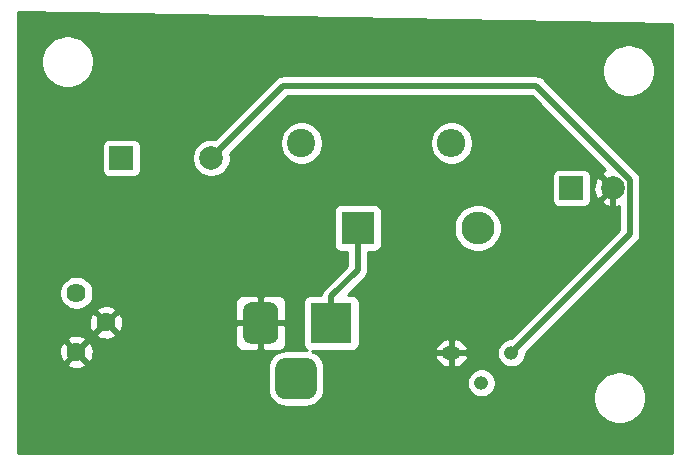
<source format=gbr>
G04 #@! TF.GenerationSoftware,KiCad,Pcbnew,(5.1.5)-3*
G04 #@! TF.CreationDate,2020-02-12T17:51:35+05:30*
G04 #@! TF.ProjectId,copy_UT,636f7079-5f55-4542-9e6b-696361645f70,rev?*
G04 #@! TF.SameCoordinates,Original*
G04 #@! TF.FileFunction,Copper,L1,Top*
G04 #@! TF.FilePolarity,Positive*
%FSLAX46Y46*%
G04 Gerber Fmt 4.6, Leading zero omitted, Abs format (unit mm)*
G04 Created by KiCad (PCBNEW (5.1.5)-3) date 2020-02-12 17:51:35*
%MOMM*%
%LPD*%
G04 APERTURE LIST*
%ADD10R,2.000000X2.000000*%
%ADD11C,2.000000*%
%ADD12R,2.800000X2.800000*%
%ADD13O,2.800000X2.800000*%
%ADD14R,3.500000X3.500000*%
%ADD15C,0.100000*%
%ADD16O,1.200000X1.200000*%
%ADD17O,1.600000X1.200000*%
%ADD18C,2.400000*%
%ADD19O,2.400000X2.400000*%
%ADD20C,1.620000*%
%ADD21C,0.500000*%
%ADD22C,0.254000*%
G04 APERTURE END LIST*
D10*
X92710000Y-76200000D03*
D11*
X100310000Y-76200000D03*
D10*
X130810000Y-78740000D03*
D11*
X134310000Y-78740000D03*
D12*
X112705001Y-82135001D03*
D13*
X122865001Y-82135001D03*
D14*
X110490000Y-90170000D03*
G04 #@! TA.AperFunction,ComponentPad*
D15*
G36*
X105313513Y-88423611D02*
G01*
X105386318Y-88434411D01*
X105457714Y-88452295D01*
X105527013Y-88477090D01*
X105593548Y-88508559D01*
X105656678Y-88546398D01*
X105715795Y-88590242D01*
X105770330Y-88639670D01*
X105819758Y-88694205D01*
X105863602Y-88753322D01*
X105901441Y-88816452D01*
X105932910Y-88882987D01*
X105957705Y-88952286D01*
X105975589Y-89023682D01*
X105986389Y-89096487D01*
X105990000Y-89170000D01*
X105990000Y-91170000D01*
X105986389Y-91243513D01*
X105975589Y-91316318D01*
X105957705Y-91387714D01*
X105932910Y-91457013D01*
X105901441Y-91523548D01*
X105863602Y-91586678D01*
X105819758Y-91645795D01*
X105770330Y-91700330D01*
X105715795Y-91749758D01*
X105656678Y-91793602D01*
X105593548Y-91831441D01*
X105527013Y-91862910D01*
X105457714Y-91887705D01*
X105386318Y-91905589D01*
X105313513Y-91916389D01*
X105240000Y-91920000D01*
X103740000Y-91920000D01*
X103666487Y-91916389D01*
X103593682Y-91905589D01*
X103522286Y-91887705D01*
X103452987Y-91862910D01*
X103386452Y-91831441D01*
X103323322Y-91793602D01*
X103264205Y-91749758D01*
X103209670Y-91700330D01*
X103160242Y-91645795D01*
X103116398Y-91586678D01*
X103078559Y-91523548D01*
X103047090Y-91457013D01*
X103022295Y-91387714D01*
X103004411Y-91316318D01*
X102993611Y-91243513D01*
X102990000Y-91170000D01*
X102990000Y-89170000D01*
X102993611Y-89096487D01*
X103004411Y-89023682D01*
X103022295Y-88952286D01*
X103047090Y-88882987D01*
X103078559Y-88816452D01*
X103116398Y-88753322D01*
X103160242Y-88694205D01*
X103209670Y-88639670D01*
X103264205Y-88590242D01*
X103323322Y-88546398D01*
X103386452Y-88508559D01*
X103452987Y-88477090D01*
X103522286Y-88452295D01*
X103593682Y-88434411D01*
X103666487Y-88423611D01*
X103740000Y-88420000D01*
X105240000Y-88420000D01*
X105313513Y-88423611D01*
G37*
G04 #@! TD.AperFunction*
G04 #@! TA.AperFunction,ComponentPad*
G36*
X108450765Y-93124213D02*
G01*
X108535704Y-93136813D01*
X108618999Y-93157677D01*
X108699848Y-93186605D01*
X108777472Y-93223319D01*
X108851124Y-93267464D01*
X108920094Y-93318616D01*
X108983718Y-93376282D01*
X109041384Y-93439906D01*
X109092536Y-93508876D01*
X109136681Y-93582528D01*
X109173395Y-93660152D01*
X109202323Y-93741001D01*
X109223187Y-93824296D01*
X109235787Y-93909235D01*
X109240000Y-93995000D01*
X109240000Y-95745000D01*
X109235787Y-95830765D01*
X109223187Y-95915704D01*
X109202323Y-95998999D01*
X109173395Y-96079848D01*
X109136681Y-96157472D01*
X109092536Y-96231124D01*
X109041384Y-96300094D01*
X108983718Y-96363718D01*
X108920094Y-96421384D01*
X108851124Y-96472536D01*
X108777472Y-96516681D01*
X108699848Y-96553395D01*
X108618999Y-96582323D01*
X108535704Y-96603187D01*
X108450765Y-96615787D01*
X108365000Y-96620000D01*
X106615000Y-96620000D01*
X106529235Y-96615787D01*
X106444296Y-96603187D01*
X106361001Y-96582323D01*
X106280152Y-96553395D01*
X106202528Y-96516681D01*
X106128876Y-96472536D01*
X106059906Y-96421384D01*
X105996282Y-96363718D01*
X105938616Y-96300094D01*
X105887464Y-96231124D01*
X105843319Y-96157472D01*
X105806605Y-96079848D01*
X105777677Y-95998999D01*
X105756813Y-95915704D01*
X105744213Y-95830765D01*
X105740000Y-95745000D01*
X105740000Y-93995000D01*
X105744213Y-93909235D01*
X105756813Y-93824296D01*
X105777677Y-93741001D01*
X105806605Y-93660152D01*
X105843319Y-93582528D01*
X105887464Y-93508876D01*
X105938616Y-93439906D01*
X105996282Y-93376282D01*
X106059906Y-93318616D01*
X106128876Y-93267464D01*
X106202528Y-93223319D01*
X106280152Y-93186605D01*
X106361001Y-93157677D01*
X106444296Y-93136813D01*
X106529235Y-93124213D01*
X106615000Y-93120000D01*
X108365000Y-93120000D01*
X108450765Y-93124213D01*
G37*
G04 #@! TD.AperFunction*
D16*
X125730000Y-92710000D03*
X123190000Y-95250000D03*
D17*
X120650000Y-92710000D03*
D18*
X107950000Y-74930000D03*
D19*
X120650000Y-74930000D03*
D20*
X88900000Y-92630000D03*
X91400000Y-90130000D03*
X88900000Y-87630000D03*
D21*
X112705001Y-85704999D02*
X112705001Y-82135001D01*
X110490000Y-90170000D02*
X110490000Y-87920000D01*
X110490000Y-87920000D02*
X112705001Y-85704999D01*
X135760001Y-78043999D02*
X127820002Y-70104000D01*
X125730000Y-92710000D02*
X135760001Y-82679999D01*
X135760001Y-82679999D02*
X135760001Y-78043999D01*
X106406000Y-70104000D02*
X100310000Y-76200000D01*
X127820002Y-70104000D02*
X106406000Y-70104000D01*
X134310000Y-80154213D02*
X134310000Y-78740000D01*
X134310000Y-80350000D02*
X134310000Y-80154213D01*
X121950000Y-92710000D02*
X134310000Y-80350000D01*
X120650000Y-92710000D02*
X121950000Y-92710000D01*
D22*
G36*
X139319000Y-64894702D02*
G01*
X139319000Y-101219000D01*
X83947000Y-101219000D01*
X83947000Y-93629843D01*
X88079762Y-93629843D01*
X88152556Y-93874832D01*
X88409773Y-93996733D01*
X88685829Y-94066110D01*
X88970115Y-94080298D01*
X89251706Y-94038752D01*
X89374285Y-93995000D01*
X105101928Y-93995000D01*
X105101928Y-95745000D01*
X105131001Y-96040186D01*
X105217104Y-96324028D01*
X105356927Y-96585618D01*
X105545097Y-96814903D01*
X105774382Y-97003073D01*
X106035972Y-97142896D01*
X106319814Y-97228999D01*
X106615000Y-97258072D01*
X108365000Y-97258072D01*
X108660186Y-97228999D01*
X108944028Y-97142896D01*
X109205618Y-97003073D01*
X109434903Y-96814903D01*
X109623073Y-96585618D01*
X109762896Y-96324028D01*
X109848999Y-96040186D01*
X109878072Y-95745000D01*
X109878072Y-95128363D01*
X121955000Y-95128363D01*
X121955000Y-95371637D01*
X122002460Y-95610236D01*
X122095557Y-95834992D01*
X122230713Y-96037267D01*
X122402733Y-96209287D01*
X122605008Y-96344443D01*
X122829764Y-96437540D01*
X123068363Y-96485000D01*
X123311637Y-96485000D01*
X123550236Y-96437540D01*
X123774992Y-96344443D01*
X123841697Y-96299872D01*
X132639000Y-96299872D01*
X132639000Y-96740128D01*
X132724890Y-97171925D01*
X132893369Y-97578669D01*
X133137962Y-97944729D01*
X133449271Y-98256038D01*
X133815331Y-98500631D01*
X134222075Y-98669110D01*
X134653872Y-98755000D01*
X135094128Y-98755000D01*
X135525925Y-98669110D01*
X135932669Y-98500631D01*
X136298729Y-98256038D01*
X136610038Y-97944729D01*
X136854631Y-97578669D01*
X137023110Y-97171925D01*
X137109000Y-96740128D01*
X137109000Y-96299872D01*
X137023110Y-95868075D01*
X136854631Y-95461331D01*
X136610038Y-95095271D01*
X136298729Y-94783962D01*
X135932669Y-94539369D01*
X135525925Y-94370890D01*
X135094128Y-94285000D01*
X134653872Y-94285000D01*
X134222075Y-94370890D01*
X133815331Y-94539369D01*
X133449271Y-94783962D01*
X133137962Y-95095271D01*
X132893369Y-95461331D01*
X132724890Y-95868075D01*
X132639000Y-96299872D01*
X123841697Y-96299872D01*
X123977267Y-96209287D01*
X124149287Y-96037267D01*
X124284443Y-95834992D01*
X124377540Y-95610236D01*
X124425000Y-95371637D01*
X124425000Y-95128363D01*
X124377540Y-94889764D01*
X124284443Y-94665008D01*
X124149287Y-94462733D01*
X123977267Y-94290713D01*
X123774992Y-94155557D01*
X123550236Y-94062460D01*
X123311637Y-94015000D01*
X123068363Y-94015000D01*
X122829764Y-94062460D01*
X122605008Y-94155557D01*
X122402733Y-94290713D01*
X122230713Y-94462733D01*
X122095557Y-94665008D01*
X122002460Y-94889764D01*
X121955000Y-95128363D01*
X109878072Y-95128363D01*
X109878072Y-93995000D01*
X109848999Y-93699814D01*
X109762896Y-93415972D01*
X109623073Y-93154382D01*
X109519033Y-93027609D01*
X119256538Y-93027609D01*
X119262523Y-93070162D01*
X119355604Y-93294907D01*
X119490742Y-93497174D01*
X119662744Y-93669191D01*
X119865000Y-93804346D01*
X120089737Y-93897446D01*
X120328319Y-93944913D01*
X120523000Y-93789994D01*
X120523000Y-92837000D01*
X120777000Y-92837000D01*
X120777000Y-93789994D01*
X120971681Y-93944913D01*
X121210263Y-93897446D01*
X121435000Y-93804346D01*
X121637256Y-93669191D01*
X121809258Y-93497174D01*
X121944396Y-93294907D01*
X122037477Y-93070162D01*
X122043462Y-93027609D01*
X121918731Y-92837000D01*
X120777000Y-92837000D01*
X120523000Y-92837000D01*
X119381269Y-92837000D01*
X119256538Y-93027609D01*
X109519033Y-93027609D01*
X109434903Y-92925097D01*
X109205618Y-92736927D01*
X108944028Y-92597104D01*
X108815357Y-92558072D01*
X112240000Y-92558072D01*
X112364482Y-92545812D01*
X112484180Y-92509502D01*
X112594494Y-92450537D01*
X112665345Y-92392391D01*
X119256538Y-92392391D01*
X119381269Y-92583000D01*
X120523000Y-92583000D01*
X120523000Y-91630006D01*
X120777000Y-91630006D01*
X120777000Y-92583000D01*
X121918731Y-92583000D01*
X122043462Y-92392391D01*
X122037477Y-92349838D01*
X121944396Y-92125093D01*
X121809258Y-91922826D01*
X121637256Y-91750809D01*
X121435000Y-91615654D01*
X121210263Y-91522554D01*
X120971681Y-91475087D01*
X120777000Y-91630006D01*
X120523000Y-91630006D01*
X120328319Y-91475087D01*
X120089737Y-91522554D01*
X119865000Y-91615654D01*
X119662744Y-91750809D01*
X119490742Y-91922826D01*
X119355604Y-92125093D01*
X119262523Y-92349838D01*
X119256538Y-92392391D01*
X112665345Y-92392391D01*
X112691185Y-92371185D01*
X112770537Y-92274494D01*
X112829502Y-92164180D01*
X112865812Y-92044482D01*
X112878072Y-91920000D01*
X112878072Y-88420000D01*
X112865812Y-88295518D01*
X112829502Y-88175820D01*
X112770537Y-88065506D01*
X112691185Y-87968815D01*
X112594494Y-87889463D01*
X112484180Y-87830498D01*
X112364482Y-87794188D01*
X112240000Y-87781928D01*
X111879650Y-87781928D01*
X113300051Y-86361528D01*
X113333818Y-86333816D01*
X113444412Y-86199058D01*
X113526590Y-86045312D01*
X113577196Y-85878489D01*
X113590001Y-85748476D01*
X113590001Y-85748466D01*
X113594282Y-85705000D01*
X113590001Y-85661534D01*
X113590001Y-84173073D01*
X114105001Y-84173073D01*
X114229483Y-84160813D01*
X114349181Y-84124503D01*
X114459495Y-84065538D01*
X114556186Y-83986186D01*
X114635538Y-83889495D01*
X114694503Y-83779181D01*
X114730813Y-83659483D01*
X114743073Y-83535001D01*
X114743073Y-81934571D01*
X120830001Y-81934571D01*
X120830001Y-82335431D01*
X120908205Y-82728588D01*
X121061608Y-83098935D01*
X121284314Y-83432238D01*
X121567764Y-83715688D01*
X121901067Y-83938394D01*
X122271414Y-84091797D01*
X122664571Y-84170001D01*
X123065431Y-84170001D01*
X123458588Y-84091797D01*
X123828935Y-83938394D01*
X124162238Y-83715688D01*
X124445688Y-83432238D01*
X124668394Y-83098935D01*
X124821797Y-82728588D01*
X124900001Y-82335431D01*
X124900001Y-81934571D01*
X124821797Y-81541414D01*
X124668394Y-81171067D01*
X124445688Y-80837764D01*
X124162238Y-80554314D01*
X123828935Y-80331608D01*
X123458588Y-80178205D01*
X123065431Y-80100001D01*
X122664571Y-80100001D01*
X122271414Y-80178205D01*
X121901067Y-80331608D01*
X121567764Y-80554314D01*
X121284314Y-80837764D01*
X121061608Y-81171067D01*
X120908205Y-81541414D01*
X120830001Y-81934571D01*
X114743073Y-81934571D01*
X114743073Y-80735001D01*
X114730813Y-80610519D01*
X114694503Y-80490821D01*
X114635538Y-80380507D01*
X114556186Y-80283816D01*
X114459495Y-80204464D01*
X114349181Y-80145499D01*
X114229483Y-80109189D01*
X114105001Y-80096929D01*
X111305001Y-80096929D01*
X111180519Y-80109189D01*
X111060821Y-80145499D01*
X110950507Y-80204464D01*
X110853816Y-80283816D01*
X110774464Y-80380507D01*
X110715499Y-80490821D01*
X110679189Y-80610519D01*
X110666929Y-80735001D01*
X110666929Y-83535001D01*
X110679189Y-83659483D01*
X110715499Y-83779181D01*
X110774464Y-83889495D01*
X110853816Y-83986186D01*
X110950507Y-84065538D01*
X111060821Y-84124503D01*
X111180519Y-84160813D01*
X111305001Y-84173073D01*
X111820001Y-84173073D01*
X111820001Y-85338420D01*
X109894951Y-87263471D01*
X109861184Y-87291183D01*
X109833471Y-87324951D01*
X109833468Y-87324954D01*
X109750590Y-87425941D01*
X109668412Y-87579687D01*
X109617805Y-87746510D01*
X109614317Y-87781928D01*
X108740000Y-87781928D01*
X108615518Y-87794188D01*
X108495820Y-87830498D01*
X108385506Y-87889463D01*
X108288815Y-87968815D01*
X108209463Y-88065506D01*
X108150498Y-88175820D01*
X108114188Y-88295518D01*
X108101928Y-88420000D01*
X108101928Y-91920000D01*
X108114188Y-92044482D01*
X108150498Y-92164180D01*
X108209463Y-92274494D01*
X108288815Y-92371185D01*
X108385506Y-92450537D01*
X108462131Y-92491494D01*
X108365000Y-92481928D01*
X106615000Y-92481928D01*
X106319814Y-92511001D01*
X106035972Y-92597104D01*
X105774382Y-92736927D01*
X105545097Y-92925097D01*
X105356927Y-93154382D01*
X105217104Y-93415972D01*
X105131001Y-93699814D01*
X105101928Y-93995000D01*
X89374285Y-93995000D01*
X89519783Y-93943068D01*
X89647444Y-93874832D01*
X89720238Y-93629843D01*
X88900000Y-92809605D01*
X88079762Y-93629843D01*
X83947000Y-93629843D01*
X83947000Y-92700115D01*
X87449702Y-92700115D01*
X87491248Y-92981706D01*
X87586932Y-93249783D01*
X87655168Y-93377444D01*
X87900157Y-93450238D01*
X88720395Y-92630000D01*
X89079605Y-92630000D01*
X89899843Y-93450238D01*
X90144832Y-93377444D01*
X90266733Y-93120227D01*
X90336110Y-92844171D01*
X90350298Y-92559885D01*
X90308752Y-92278294D01*
X90213068Y-92010217D01*
X90164847Y-91920000D01*
X102351928Y-91920000D01*
X102364188Y-92044482D01*
X102400498Y-92164180D01*
X102459463Y-92274494D01*
X102538815Y-92371185D01*
X102635506Y-92450537D01*
X102745820Y-92509502D01*
X102865518Y-92545812D01*
X102990000Y-92558072D01*
X104204250Y-92555000D01*
X104363000Y-92396250D01*
X104363000Y-90297000D01*
X104617000Y-90297000D01*
X104617000Y-92396250D01*
X104775750Y-92555000D01*
X105990000Y-92558072D01*
X106114482Y-92545812D01*
X106234180Y-92509502D01*
X106344494Y-92450537D01*
X106441185Y-92371185D01*
X106520537Y-92274494D01*
X106579502Y-92164180D01*
X106615812Y-92044482D01*
X106628072Y-91920000D01*
X106625000Y-90455750D01*
X106466250Y-90297000D01*
X104617000Y-90297000D01*
X104363000Y-90297000D01*
X102513750Y-90297000D01*
X102355000Y-90455750D01*
X102351928Y-91920000D01*
X90164847Y-91920000D01*
X90144832Y-91882556D01*
X89899843Y-91809762D01*
X89079605Y-92630000D01*
X88720395Y-92630000D01*
X87900157Y-91809762D01*
X87655168Y-91882556D01*
X87533267Y-92139773D01*
X87463890Y-92415829D01*
X87449702Y-92700115D01*
X83947000Y-92700115D01*
X83947000Y-91630157D01*
X88079762Y-91630157D01*
X88900000Y-92450395D01*
X89720238Y-91630157D01*
X89647444Y-91385168D01*
X89390227Y-91263267D01*
X89114171Y-91193890D01*
X88829885Y-91179702D01*
X88548294Y-91221248D01*
X88280217Y-91316932D01*
X88152556Y-91385168D01*
X88079762Y-91630157D01*
X83947000Y-91630157D01*
X83947000Y-91129843D01*
X90579762Y-91129843D01*
X90652556Y-91374832D01*
X90909773Y-91496733D01*
X91185829Y-91566110D01*
X91470115Y-91580298D01*
X91751706Y-91538752D01*
X92019783Y-91443068D01*
X92147444Y-91374832D01*
X92220238Y-91129843D01*
X91400000Y-90309605D01*
X90579762Y-91129843D01*
X83947000Y-91129843D01*
X83947000Y-90200115D01*
X89949702Y-90200115D01*
X89991248Y-90481706D01*
X90086932Y-90749783D01*
X90155168Y-90877444D01*
X90400157Y-90950238D01*
X91220395Y-90130000D01*
X91579605Y-90130000D01*
X92399843Y-90950238D01*
X92644832Y-90877444D01*
X92766733Y-90620227D01*
X92836110Y-90344171D01*
X92850298Y-90059885D01*
X92808752Y-89778294D01*
X92713068Y-89510217D01*
X92644832Y-89382556D01*
X92399843Y-89309762D01*
X91579605Y-90130000D01*
X91220395Y-90130000D01*
X90400157Y-89309762D01*
X90155168Y-89382556D01*
X90033267Y-89639773D01*
X89963890Y-89915829D01*
X89949702Y-90200115D01*
X83947000Y-90200115D01*
X83947000Y-89130157D01*
X90579762Y-89130157D01*
X91400000Y-89950395D01*
X92220238Y-89130157D01*
X92147444Y-88885168D01*
X91890227Y-88763267D01*
X91614171Y-88693890D01*
X91329885Y-88679702D01*
X91048294Y-88721248D01*
X90780217Y-88816932D01*
X90652556Y-88885168D01*
X90579762Y-89130157D01*
X83947000Y-89130157D01*
X83947000Y-87487680D01*
X87455000Y-87487680D01*
X87455000Y-87772320D01*
X87510530Y-88051491D01*
X87619457Y-88314464D01*
X87777595Y-88551134D01*
X87978866Y-88752405D01*
X88215536Y-88910543D01*
X88478509Y-89019470D01*
X88757680Y-89075000D01*
X89042320Y-89075000D01*
X89321491Y-89019470D01*
X89584464Y-88910543D01*
X89821134Y-88752405D01*
X90022405Y-88551134D01*
X90110026Y-88420000D01*
X102351928Y-88420000D01*
X102355000Y-89884250D01*
X102513750Y-90043000D01*
X104363000Y-90043000D01*
X104363000Y-87943750D01*
X104617000Y-87943750D01*
X104617000Y-90043000D01*
X106466250Y-90043000D01*
X106625000Y-89884250D01*
X106628072Y-88420000D01*
X106615812Y-88295518D01*
X106579502Y-88175820D01*
X106520537Y-88065506D01*
X106441185Y-87968815D01*
X106344494Y-87889463D01*
X106234180Y-87830498D01*
X106114482Y-87794188D01*
X105990000Y-87781928D01*
X104775750Y-87785000D01*
X104617000Y-87943750D01*
X104363000Y-87943750D01*
X104204250Y-87785000D01*
X102990000Y-87781928D01*
X102865518Y-87794188D01*
X102745820Y-87830498D01*
X102635506Y-87889463D01*
X102538815Y-87968815D01*
X102459463Y-88065506D01*
X102400498Y-88175820D01*
X102364188Y-88295518D01*
X102351928Y-88420000D01*
X90110026Y-88420000D01*
X90180543Y-88314464D01*
X90289470Y-88051491D01*
X90345000Y-87772320D01*
X90345000Y-87487680D01*
X90289470Y-87208509D01*
X90180543Y-86945536D01*
X90022405Y-86708866D01*
X89821134Y-86507595D01*
X89584464Y-86349457D01*
X89321491Y-86240530D01*
X89042320Y-86185000D01*
X88757680Y-86185000D01*
X88478509Y-86240530D01*
X88215536Y-86349457D01*
X87978866Y-86507595D01*
X87777595Y-86708866D01*
X87619457Y-86945536D01*
X87510530Y-87208509D01*
X87455000Y-87487680D01*
X83947000Y-87487680D01*
X83947000Y-75200000D01*
X91071928Y-75200000D01*
X91071928Y-77200000D01*
X91084188Y-77324482D01*
X91120498Y-77444180D01*
X91179463Y-77554494D01*
X91258815Y-77651185D01*
X91355506Y-77730537D01*
X91465820Y-77789502D01*
X91585518Y-77825812D01*
X91710000Y-77838072D01*
X93710000Y-77838072D01*
X93834482Y-77825812D01*
X93954180Y-77789502D01*
X94064494Y-77730537D01*
X94161185Y-77651185D01*
X94240537Y-77554494D01*
X94299502Y-77444180D01*
X94335812Y-77324482D01*
X94348072Y-77200000D01*
X94348072Y-76038967D01*
X98675000Y-76038967D01*
X98675000Y-76361033D01*
X98737832Y-76676912D01*
X98861082Y-76974463D01*
X99040013Y-77242252D01*
X99267748Y-77469987D01*
X99535537Y-77648918D01*
X99833088Y-77772168D01*
X100148967Y-77835000D01*
X100471033Y-77835000D01*
X100786912Y-77772168D01*
X100864572Y-77740000D01*
X129171928Y-77740000D01*
X129171928Y-79740000D01*
X129184188Y-79864482D01*
X129220498Y-79984180D01*
X129279463Y-80094494D01*
X129358815Y-80191185D01*
X129455506Y-80270537D01*
X129565820Y-80329502D01*
X129685518Y-80365812D01*
X129810000Y-80378072D01*
X131810000Y-80378072D01*
X131934482Y-80365812D01*
X132054180Y-80329502D01*
X132164494Y-80270537D01*
X132261185Y-80191185D01*
X132340537Y-80094494D01*
X132399502Y-79984180D01*
X132435812Y-79864482D01*
X132448072Y-79740000D01*
X132448072Y-78802595D01*
X132668282Y-78802595D01*
X132712039Y-79121675D01*
X132817205Y-79426088D01*
X132910186Y-79600044D01*
X133174587Y-79695808D01*
X134130395Y-78740000D01*
X133174587Y-77784192D01*
X132910186Y-77879956D01*
X132769296Y-78169571D01*
X132687616Y-78481108D01*
X132668282Y-78802595D01*
X132448072Y-78802595D01*
X132448072Y-77740000D01*
X132435812Y-77615518D01*
X132399502Y-77495820D01*
X132340537Y-77385506D01*
X132261185Y-77288815D01*
X132164494Y-77209463D01*
X132054180Y-77150498D01*
X131934482Y-77114188D01*
X131810000Y-77101928D01*
X129810000Y-77101928D01*
X129685518Y-77114188D01*
X129565820Y-77150498D01*
X129455506Y-77209463D01*
X129358815Y-77288815D01*
X129279463Y-77385506D01*
X129220498Y-77495820D01*
X129184188Y-77615518D01*
X129171928Y-77740000D01*
X100864572Y-77740000D01*
X101084463Y-77648918D01*
X101352252Y-77469987D01*
X101579987Y-77242252D01*
X101758918Y-76974463D01*
X101882168Y-76676912D01*
X101945000Y-76361033D01*
X101945000Y-76038967D01*
X101908103Y-75853475D01*
X103012310Y-74749268D01*
X106115000Y-74749268D01*
X106115000Y-75110732D01*
X106185518Y-75465250D01*
X106323844Y-75799199D01*
X106524662Y-76099744D01*
X106780256Y-76355338D01*
X107080801Y-76556156D01*
X107414750Y-76694482D01*
X107769268Y-76765000D01*
X108130732Y-76765000D01*
X108485250Y-76694482D01*
X108819199Y-76556156D01*
X109119744Y-76355338D01*
X109375338Y-76099744D01*
X109576156Y-75799199D01*
X109714482Y-75465250D01*
X109785000Y-75110732D01*
X109785000Y-74749268D01*
X118815000Y-74749268D01*
X118815000Y-75110732D01*
X118885518Y-75465250D01*
X119023844Y-75799199D01*
X119224662Y-76099744D01*
X119480256Y-76355338D01*
X119780801Y-76556156D01*
X120114750Y-76694482D01*
X120469268Y-76765000D01*
X120830732Y-76765000D01*
X121185250Y-76694482D01*
X121519199Y-76556156D01*
X121819744Y-76355338D01*
X122075338Y-76099744D01*
X122276156Y-75799199D01*
X122414482Y-75465250D01*
X122485000Y-75110732D01*
X122485000Y-74749268D01*
X122414482Y-74394750D01*
X122276156Y-74060801D01*
X122075338Y-73760256D01*
X121819744Y-73504662D01*
X121519199Y-73303844D01*
X121185250Y-73165518D01*
X120830732Y-73095000D01*
X120469268Y-73095000D01*
X120114750Y-73165518D01*
X119780801Y-73303844D01*
X119480256Y-73504662D01*
X119224662Y-73760256D01*
X119023844Y-74060801D01*
X118885518Y-74394750D01*
X118815000Y-74749268D01*
X109785000Y-74749268D01*
X109714482Y-74394750D01*
X109576156Y-74060801D01*
X109375338Y-73760256D01*
X109119744Y-73504662D01*
X108819199Y-73303844D01*
X108485250Y-73165518D01*
X108130732Y-73095000D01*
X107769268Y-73095000D01*
X107414750Y-73165518D01*
X107080801Y-73303844D01*
X106780256Y-73504662D01*
X106524662Y-73760256D01*
X106323844Y-74060801D01*
X106185518Y-74394750D01*
X106115000Y-74749268D01*
X103012310Y-74749268D01*
X106772579Y-70989000D01*
X127453424Y-70989000D01*
X133689106Y-77224682D01*
X133623912Y-77247205D01*
X133449956Y-77340186D01*
X133354192Y-77604587D01*
X134310000Y-78560395D01*
X134324143Y-78546253D01*
X134503748Y-78725858D01*
X134489605Y-78740000D01*
X134503748Y-78754143D01*
X134324143Y-78933748D01*
X134310000Y-78919605D01*
X133354192Y-79875413D01*
X133449956Y-80139814D01*
X133739571Y-80280704D01*
X134051108Y-80362384D01*
X134372595Y-80381718D01*
X134691675Y-80337961D01*
X134875002Y-80274627D01*
X134875001Y-82313420D01*
X125713422Y-91475000D01*
X125608363Y-91475000D01*
X125369764Y-91522460D01*
X125145008Y-91615557D01*
X124942733Y-91750713D01*
X124770713Y-91922733D01*
X124635557Y-92125008D01*
X124542460Y-92349764D01*
X124495000Y-92588363D01*
X124495000Y-92831637D01*
X124542460Y-93070236D01*
X124635557Y-93294992D01*
X124770713Y-93497267D01*
X124942733Y-93669287D01*
X125145008Y-93804443D01*
X125369764Y-93897540D01*
X125608363Y-93945000D01*
X125851637Y-93945000D01*
X126090236Y-93897540D01*
X126314992Y-93804443D01*
X126517267Y-93669287D01*
X126689287Y-93497267D01*
X126824443Y-93294992D01*
X126917540Y-93070236D01*
X126965000Y-92831637D01*
X126965000Y-92726578D01*
X136355052Y-83336527D01*
X136388818Y-83308816D01*
X136499412Y-83174058D01*
X136581590Y-83020312D01*
X136632196Y-82853489D01*
X136645001Y-82723476D01*
X136645001Y-82723466D01*
X136649282Y-82680000D01*
X136645001Y-82636534D01*
X136645001Y-78087464D01*
X136649282Y-78043998D01*
X136645001Y-78000532D01*
X136645001Y-78000522D01*
X136632196Y-77870509D01*
X136581590Y-77703686D01*
X136499412Y-77549940D01*
X136475211Y-77520451D01*
X136416533Y-77448952D01*
X136416531Y-77448950D01*
X136388818Y-77415182D01*
X136355050Y-77387469D01*
X128476536Y-69508956D01*
X128448819Y-69475183D01*
X128314061Y-69364589D01*
X128160315Y-69282411D01*
X127993492Y-69231805D01*
X127863479Y-69219000D01*
X127863471Y-69219000D01*
X127820002Y-69214719D01*
X127776533Y-69219000D01*
X106449469Y-69219000D01*
X106406000Y-69214719D01*
X106362531Y-69219000D01*
X106362523Y-69219000D01*
X106232510Y-69231805D01*
X106065687Y-69282411D01*
X105911941Y-69364589D01*
X105810953Y-69447468D01*
X105810951Y-69447470D01*
X105777183Y-69475183D01*
X105749470Y-69508951D01*
X100656525Y-74601897D01*
X100471033Y-74565000D01*
X100148967Y-74565000D01*
X99833088Y-74627832D01*
X99535537Y-74751082D01*
X99267748Y-74930013D01*
X99040013Y-75157748D01*
X98861082Y-75425537D01*
X98737832Y-75723088D01*
X98675000Y-76038967D01*
X94348072Y-76038967D01*
X94348072Y-75200000D01*
X94335812Y-75075518D01*
X94299502Y-74955820D01*
X94240537Y-74845506D01*
X94161185Y-74748815D01*
X94064494Y-74669463D01*
X93954180Y-74610498D01*
X93834482Y-74574188D01*
X93710000Y-74561928D01*
X91710000Y-74561928D01*
X91585518Y-74574188D01*
X91465820Y-74610498D01*
X91355506Y-74669463D01*
X91258815Y-74748815D01*
X91179463Y-74845506D01*
X91120498Y-74955820D01*
X91084188Y-75075518D01*
X91071928Y-75200000D01*
X83947000Y-75200000D01*
X83947000Y-67851872D01*
X85903000Y-67851872D01*
X85903000Y-68292128D01*
X85988890Y-68723925D01*
X86157369Y-69130669D01*
X86401962Y-69496729D01*
X86713271Y-69808038D01*
X87079331Y-70052631D01*
X87486075Y-70221110D01*
X87917872Y-70307000D01*
X88358128Y-70307000D01*
X88789925Y-70221110D01*
X89196669Y-70052631D01*
X89562729Y-69808038D01*
X89874038Y-69496729D01*
X90118631Y-69130669D01*
X90287110Y-68723925D01*
X90309000Y-68613872D01*
X133401000Y-68613872D01*
X133401000Y-69054128D01*
X133486890Y-69485925D01*
X133655369Y-69892669D01*
X133899962Y-70258729D01*
X134211271Y-70570038D01*
X134577331Y-70814631D01*
X134984075Y-70983110D01*
X135415872Y-71069000D01*
X135856128Y-71069000D01*
X136287925Y-70983110D01*
X136694669Y-70814631D01*
X137060729Y-70570038D01*
X137372038Y-70258729D01*
X137616631Y-69892669D01*
X137785110Y-69485925D01*
X137871000Y-69054128D01*
X137871000Y-68613872D01*
X137785110Y-68182075D01*
X137616631Y-67775331D01*
X137372038Y-67409271D01*
X137060729Y-67097962D01*
X136694669Y-66853369D01*
X136287925Y-66684890D01*
X135856128Y-66599000D01*
X135415872Y-66599000D01*
X134984075Y-66684890D01*
X134577331Y-66853369D01*
X134211271Y-67097962D01*
X133899962Y-67409271D01*
X133655369Y-67775331D01*
X133486890Y-68182075D01*
X133401000Y-68613872D01*
X90309000Y-68613872D01*
X90373000Y-68292128D01*
X90373000Y-67851872D01*
X90287110Y-67420075D01*
X90118631Y-67013331D01*
X89874038Y-66647271D01*
X89562729Y-66335962D01*
X89196669Y-66091369D01*
X88789925Y-65922890D01*
X88358128Y-65837000D01*
X87917872Y-65837000D01*
X87486075Y-65922890D01*
X87079331Y-66091369D01*
X86713271Y-66335962D01*
X86401962Y-66647271D01*
X86157369Y-67013331D01*
X85988890Y-67420075D01*
X85903000Y-67851872D01*
X83947000Y-67851872D01*
X83947000Y-63883341D01*
X139319000Y-64894702D01*
G37*
X139319000Y-64894702D02*
X139319000Y-101219000D01*
X83947000Y-101219000D01*
X83947000Y-93629843D01*
X88079762Y-93629843D01*
X88152556Y-93874832D01*
X88409773Y-93996733D01*
X88685829Y-94066110D01*
X88970115Y-94080298D01*
X89251706Y-94038752D01*
X89374285Y-93995000D01*
X105101928Y-93995000D01*
X105101928Y-95745000D01*
X105131001Y-96040186D01*
X105217104Y-96324028D01*
X105356927Y-96585618D01*
X105545097Y-96814903D01*
X105774382Y-97003073D01*
X106035972Y-97142896D01*
X106319814Y-97228999D01*
X106615000Y-97258072D01*
X108365000Y-97258072D01*
X108660186Y-97228999D01*
X108944028Y-97142896D01*
X109205618Y-97003073D01*
X109434903Y-96814903D01*
X109623073Y-96585618D01*
X109762896Y-96324028D01*
X109848999Y-96040186D01*
X109878072Y-95745000D01*
X109878072Y-95128363D01*
X121955000Y-95128363D01*
X121955000Y-95371637D01*
X122002460Y-95610236D01*
X122095557Y-95834992D01*
X122230713Y-96037267D01*
X122402733Y-96209287D01*
X122605008Y-96344443D01*
X122829764Y-96437540D01*
X123068363Y-96485000D01*
X123311637Y-96485000D01*
X123550236Y-96437540D01*
X123774992Y-96344443D01*
X123841697Y-96299872D01*
X132639000Y-96299872D01*
X132639000Y-96740128D01*
X132724890Y-97171925D01*
X132893369Y-97578669D01*
X133137962Y-97944729D01*
X133449271Y-98256038D01*
X133815331Y-98500631D01*
X134222075Y-98669110D01*
X134653872Y-98755000D01*
X135094128Y-98755000D01*
X135525925Y-98669110D01*
X135932669Y-98500631D01*
X136298729Y-98256038D01*
X136610038Y-97944729D01*
X136854631Y-97578669D01*
X137023110Y-97171925D01*
X137109000Y-96740128D01*
X137109000Y-96299872D01*
X137023110Y-95868075D01*
X136854631Y-95461331D01*
X136610038Y-95095271D01*
X136298729Y-94783962D01*
X135932669Y-94539369D01*
X135525925Y-94370890D01*
X135094128Y-94285000D01*
X134653872Y-94285000D01*
X134222075Y-94370890D01*
X133815331Y-94539369D01*
X133449271Y-94783962D01*
X133137962Y-95095271D01*
X132893369Y-95461331D01*
X132724890Y-95868075D01*
X132639000Y-96299872D01*
X123841697Y-96299872D01*
X123977267Y-96209287D01*
X124149287Y-96037267D01*
X124284443Y-95834992D01*
X124377540Y-95610236D01*
X124425000Y-95371637D01*
X124425000Y-95128363D01*
X124377540Y-94889764D01*
X124284443Y-94665008D01*
X124149287Y-94462733D01*
X123977267Y-94290713D01*
X123774992Y-94155557D01*
X123550236Y-94062460D01*
X123311637Y-94015000D01*
X123068363Y-94015000D01*
X122829764Y-94062460D01*
X122605008Y-94155557D01*
X122402733Y-94290713D01*
X122230713Y-94462733D01*
X122095557Y-94665008D01*
X122002460Y-94889764D01*
X121955000Y-95128363D01*
X109878072Y-95128363D01*
X109878072Y-93995000D01*
X109848999Y-93699814D01*
X109762896Y-93415972D01*
X109623073Y-93154382D01*
X109519033Y-93027609D01*
X119256538Y-93027609D01*
X119262523Y-93070162D01*
X119355604Y-93294907D01*
X119490742Y-93497174D01*
X119662744Y-93669191D01*
X119865000Y-93804346D01*
X120089737Y-93897446D01*
X120328319Y-93944913D01*
X120523000Y-93789994D01*
X120523000Y-92837000D01*
X120777000Y-92837000D01*
X120777000Y-93789994D01*
X120971681Y-93944913D01*
X121210263Y-93897446D01*
X121435000Y-93804346D01*
X121637256Y-93669191D01*
X121809258Y-93497174D01*
X121944396Y-93294907D01*
X122037477Y-93070162D01*
X122043462Y-93027609D01*
X121918731Y-92837000D01*
X120777000Y-92837000D01*
X120523000Y-92837000D01*
X119381269Y-92837000D01*
X119256538Y-93027609D01*
X109519033Y-93027609D01*
X109434903Y-92925097D01*
X109205618Y-92736927D01*
X108944028Y-92597104D01*
X108815357Y-92558072D01*
X112240000Y-92558072D01*
X112364482Y-92545812D01*
X112484180Y-92509502D01*
X112594494Y-92450537D01*
X112665345Y-92392391D01*
X119256538Y-92392391D01*
X119381269Y-92583000D01*
X120523000Y-92583000D01*
X120523000Y-91630006D01*
X120777000Y-91630006D01*
X120777000Y-92583000D01*
X121918731Y-92583000D01*
X122043462Y-92392391D01*
X122037477Y-92349838D01*
X121944396Y-92125093D01*
X121809258Y-91922826D01*
X121637256Y-91750809D01*
X121435000Y-91615654D01*
X121210263Y-91522554D01*
X120971681Y-91475087D01*
X120777000Y-91630006D01*
X120523000Y-91630006D01*
X120328319Y-91475087D01*
X120089737Y-91522554D01*
X119865000Y-91615654D01*
X119662744Y-91750809D01*
X119490742Y-91922826D01*
X119355604Y-92125093D01*
X119262523Y-92349838D01*
X119256538Y-92392391D01*
X112665345Y-92392391D01*
X112691185Y-92371185D01*
X112770537Y-92274494D01*
X112829502Y-92164180D01*
X112865812Y-92044482D01*
X112878072Y-91920000D01*
X112878072Y-88420000D01*
X112865812Y-88295518D01*
X112829502Y-88175820D01*
X112770537Y-88065506D01*
X112691185Y-87968815D01*
X112594494Y-87889463D01*
X112484180Y-87830498D01*
X112364482Y-87794188D01*
X112240000Y-87781928D01*
X111879650Y-87781928D01*
X113300051Y-86361528D01*
X113333818Y-86333816D01*
X113444412Y-86199058D01*
X113526590Y-86045312D01*
X113577196Y-85878489D01*
X113590001Y-85748476D01*
X113590001Y-85748466D01*
X113594282Y-85705000D01*
X113590001Y-85661534D01*
X113590001Y-84173073D01*
X114105001Y-84173073D01*
X114229483Y-84160813D01*
X114349181Y-84124503D01*
X114459495Y-84065538D01*
X114556186Y-83986186D01*
X114635538Y-83889495D01*
X114694503Y-83779181D01*
X114730813Y-83659483D01*
X114743073Y-83535001D01*
X114743073Y-81934571D01*
X120830001Y-81934571D01*
X120830001Y-82335431D01*
X120908205Y-82728588D01*
X121061608Y-83098935D01*
X121284314Y-83432238D01*
X121567764Y-83715688D01*
X121901067Y-83938394D01*
X122271414Y-84091797D01*
X122664571Y-84170001D01*
X123065431Y-84170001D01*
X123458588Y-84091797D01*
X123828935Y-83938394D01*
X124162238Y-83715688D01*
X124445688Y-83432238D01*
X124668394Y-83098935D01*
X124821797Y-82728588D01*
X124900001Y-82335431D01*
X124900001Y-81934571D01*
X124821797Y-81541414D01*
X124668394Y-81171067D01*
X124445688Y-80837764D01*
X124162238Y-80554314D01*
X123828935Y-80331608D01*
X123458588Y-80178205D01*
X123065431Y-80100001D01*
X122664571Y-80100001D01*
X122271414Y-80178205D01*
X121901067Y-80331608D01*
X121567764Y-80554314D01*
X121284314Y-80837764D01*
X121061608Y-81171067D01*
X120908205Y-81541414D01*
X120830001Y-81934571D01*
X114743073Y-81934571D01*
X114743073Y-80735001D01*
X114730813Y-80610519D01*
X114694503Y-80490821D01*
X114635538Y-80380507D01*
X114556186Y-80283816D01*
X114459495Y-80204464D01*
X114349181Y-80145499D01*
X114229483Y-80109189D01*
X114105001Y-80096929D01*
X111305001Y-80096929D01*
X111180519Y-80109189D01*
X111060821Y-80145499D01*
X110950507Y-80204464D01*
X110853816Y-80283816D01*
X110774464Y-80380507D01*
X110715499Y-80490821D01*
X110679189Y-80610519D01*
X110666929Y-80735001D01*
X110666929Y-83535001D01*
X110679189Y-83659483D01*
X110715499Y-83779181D01*
X110774464Y-83889495D01*
X110853816Y-83986186D01*
X110950507Y-84065538D01*
X111060821Y-84124503D01*
X111180519Y-84160813D01*
X111305001Y-84173073D01*
X111820001Y-84173073D01*
X111820001Y-85338420D01*
X109894951Y-87263471D01*
X109861184Y-87291183D01*
X109833471Y-87324951D01*
X109833468Y-87324954D01*
X109750590Y-87425941D01*
X109668412Y-87579687D01*
X109617805Y-87746510D01*
X109614317Y-87781928D01*
X108740000Y-87781928D01*
X108615518Y-87794188D01*
X108495820Y-87830498D01*
X108385506Y-87889463D01*
X108288815Y-87968815D01*
X108209463Y-88065506D01*
X108150498Y-88175820D01*
X108114188Y-88295518D01*
X108101928Y-88420000D01*
X108101928Y-91920000D01*
X108114188Y-92044482D01*
X108150498Y-92164180D01*
X108209463Y-92274494D01*
X108288815Y-92371185D01*
X108385506Y-92450537D01*
X108462131Y-92491494D01*
X108365000Y-92481928D01*
X106615000Y-92481928D01*
X106319814Y-92511001D01*
X106035972Y-92597104D01*
X105774382Y-92736927D01*
X105545097Y-92925097D01*
X105356927Y-93154382D01*
X105217104Y-93415972D01*
X105131001Y-93699814D01*
X105101928Y-93995000D01*
X89374285Y-93995000D01*
X89519783Y-93943068D01*
X89647444Y-93874832D01*
X89720238Y-93629843D01*
X88900000Y-92809605D01*
X88079762Y-93629843D01*
X83947000Y-93629843D01*
X83947000Y-92700115D01*
X87449702Y-92700115D01*
X87491248Y-92981706D01*
X87586932Y-93249783D01*
X87655168Y-93377444D01*
X87900157Y-93450238D01*
X88720395Y-92630000D01*
X89079605Y-92630000D01*
X89899843Y-93450238D01*
X90144832Y-93377444D01*
X90266733Y-93120227D01*
X90336110Y-92844171D01*
X90350298Y-92559885D01*
X90308752Y-92278294D01*
X90213068Y-92010217D01*
X90164847Y-91920000D01*
X102351928Y-91920000D01*
X102364188Y-92044482D01*
X102400498Y-92164180D01*
X102459463Y-92274494D01*
X102538815Y-92371185D01*
X102635506Y-92450537D01*
X102745820Y-92509502D01*
X102865518Y-92545812D01*
X102990000Y-92558072D01*
X104204250Y-92555000D01*
X104363000Y-92396250D01*
X104363000Y-90297000D01*
X104617000Y-90297000D01*
X104617000Y-92396250D01*
X104775750Y-92555000D01*
X105990000Y-92558072D01*
X106114482Y-92545812D01*
X106234180Y-92509502D01*
X106344494Y-92450537D01*
X106441185Y-92371185D01*
X106520537Y-92274494D01*
X106579502Y-92164180D01*
X106615812Y-92044482D01*
X106628072Y-91920000D01*
X106625000Y-90455750D01*
X106466250Y-90297000D01*
X104617000Y-90297000D01*
X104363000Y-90297000D01*
X102513750Y-90297000D01*
X102355000Y-90455750D01*
X102351928Y-91920000D01*
X90164847Y-91920000D01*
X90144832Y-91882556D01*
X89899843Y-91809762D01*
X89079605Y-92630000D01*
X88720395Y-92630000D01*
X87900157Y-91809762D01*
X87655168Y-91882556D01*
X87533267Y-92139773D01*
X87463890Y-92415829D01*
X87449702Y-92700115D01*
X83947000Y-92700115D01*
X83947000Y-91630157D01*
X88079762Y-91630157D01*
X88900000Y-92450395D01*
X89720238Y-91630157D01*
X89647444Y-91385168D01*
X89390227Y-91263267D01*
X89114171Y-91193890D01*
X88829885Y-91179702D01*
X88548294Y-91221248D01*
X88280217Y-91316932D01*
X88152556Y-91385168D01*
X88079762Y-91630157D01*
X83947000Y-91630157D01*
X83947000Y-91129843D01*
X90579762Y-91129843D01*
X90652556Y-91374832D01*
X90909773Y-91496733D01*
X91185829Y-91566110D01*
X91470115Y-91580298D01*
X91751706Y-91538752D01*
X92019783Y-91443068D01*
X92147444Y-91374832D01*
X92220238Y-91129843D01*
X91400000Y-90309605D01*
X90579762Y-91129843D01*
X83947000Y-91129843D01*
X83947000Y-90200115D01*
X89949702Y-90200115D01*
X89991248Y-90481706D01*
X90086932Y-90749783D01*
X90155168Y-90877444D01*
X90400157Y-90950238D01*
X91220395Y-90130000D01*
X91579605Y-90130000D01*
X92399843Y-90950238D01*
X92644832Y-90877444D01*
X92766733Y-90620227D01*
X92836110Y-90344171D01*
X92850298Y-90059885D01*
X92808752Y-89778294D01*
X92713068Y-89510217D01*
X92644832Y-89382556D01*
X92399843Y-89309762D01*
X91579605Y-90130000D01*
X91220395Y-90130000D01*
X90400157Y-89309762D01*
X90155168Y-89382556D01*
X90033267Y-89639773D01*
X89963890Y-89915829D01*
X89949702Y-90200115D01*
X83947000Y-90200115D01*
X83947000Y-89130157D01*
X90579762Y-89130157D01*
X91400000Y-89950395D01*
X92220238Y-89130157D01*
X92147444Y-88885168D01*
X91890227Y-88763267D01*
X91614171Y-88693890D01*
X91329885Y-88679702D01*
X91048294Y-88721248D01*
X90780217Y-88816932D01*
X90652556Y-88885168D01*
X90579762Y-89130157D01*
X83947000Y-89130157D01*
X83947000Y-87487680D01*
X87455000Y-87487680D01*
X87455000Y-87772320D01*
X87510530Y-88051491D01*
X87619457Y-88314464D01*
X87777595Y-88551134D01*
X87978866Y-88752405D01*
X88215536Y-88910543D01*
X88478509Y-89019470D01*
X88757680Y-89075000D01*
X89042320Y-89075000D01*
X89321491Y-89019470D01*
X89584464Y-88910543D01*
X89821134Y-88752405D01*
X90022405Y-88551134D01*
X90110026Y-88420000D01*
X102351928Y-88420000D01*
X102355000Y-89884250D01*
X102513750Y-90043000D01*
X104363000Y-90043000D01*
X104363000Y-87943750D01*
X104617000Y-87943750D01*
X104617000Y-90043000D01*
X106466250Y-90043000D01*
X106625000Y-89884250D01*
X106628072Y-88420000D01*
X106615812Y-88295518D01*
X106579502Y-88175820D01*
X106520537Y-88065506D01*
X106441185Y-87968815D01*
X106344494Y-87889463D01*
X106234180Y-87830498D01*
X106114482Y-87794188D01*
X105990000Y-87781928D01*
X104775750Y-87785000D01*
X104617000Y-87943750D01*
X104363000Y-87943750D01*
X104204250Y-87785000D01*
X102990000Y-87781928D01*
X102865518Y-87794188D01*
X102745820Y-87830498D01*
X102635506Y-87889463D01*
X102538815Y-87968815D01*
X102459463Y-88065506D01*
X102400498Y-88175820D01*
X102364188Y-88295518D01*
X102351928Y-88420000D01*
X90110026Y-88420000D01*
X90180543Y-88314464D01*
X90289470Y-88051491D01*
X90345000Y-87772320D01*
X90345000Y-87487680D01*
X90289470Y-87208509D01*
X90180543Y-86945536D01*
X90022405Y-86708866D01*
X89821134Y-86507595D01*
X89584464Y-86349457D01*
X89321491Y-86240530D01*
X89042320Y-86185000D01*
X88757680Y-86185000D01*
X88478509Y-86240530D01*
X88215536Y-86349457D01*
X87978866Y-86507595D01*
X87777595Y-86708866D01*
X87619457Y-86945536D01*
X87510530Y-87208509D01*
X87455000Y-87487680D01*
X83947000Y-87487680D01*
X83947000Y-75200000D01*
X91071928Y-75200000D01*
X91071928Y-77200000D01*
X91084188Y-77324482D01*
X91120498Y-77444180D01*
X91179463Y-77554494D01*
X91258815Y-77651185D01*
X91355506Y-77730537D01*
X91465820Y-77789502D01*
X91585518Y-77825812D01*
X91710000Y-77838072D01*
X93710000Y-77838072D01*
X93834482Y-77825812D01*
X93954180Y-77789502D01*
X94064494Y-77730537D01*
X94161185Y-77651185D01*
X94240537Y-77554494D01*
X94299502Y-77444180D01*
X94335812Y-77324482D01*
X94348072Y-77200000D01*
X94348072Y-76038967D01*
X98675000Y-76038967D01*
X98675000Y-76361033D01*
X98737832Y-76676912D01*
X98861082Y-76974463D01*
X99040013Y-77242252D01*
X99267748Y-77469987D01*
X99535537Y-77648918D01*
X99833088Y-77772168D01*
X100148967Y-77835000D01*
X100471033Y-77835000D01*
X100786912Y-77772168D01*
X100864572Y-77740000D01*
X129171928Y-77740000D01*
X129171928Y-79740000D01*
X129184188Y-79864482D01*
X129220498Y-79984180D01*
X129279463Y-80094494D01*
X129358815Y-80191185D01*
X129455506Y-80270537D01*
X129565820Y-80329502D01*
X129685518Y-80365812D01*
X129810000Y-80378072D01*
X131810000Y-80378072D01*
X131934482Y-80365812D01*
X132054180Y-80329502D01*
X132164494Y-80270537D01*
X132261185Y-80191185D01*
X132340537Y-80094494D01*
X132399502Y-79984180D01*
X132435812Y-79864482D01*
X132448072Y-79740000D01*
X132448072Y-78802595D01*
X132668282Y-78802595D01*
X132712039Y-79121675D01*
X132817205Y-79426088D01*
X132910186Y-79600044D01*
X133174587Y-79695808D01*
X134130395Y-78740000D01*
X133174587Y-77784192D01*
X132910186Y-77879956D01*
X132769296Y-78169571D01*
X132687616Y-78481108D01*
X132668282Y-78802595D01*
X132448072Y-78802595D01*
X132448072Y-77740000D01*
X132435812Y-77615518D01*
X132399502Y-77495820D01*
X132340537Y-77385506D01*
X132261185Y-77288815D01*
X132164494Y-77209463D01*
X132054180Y-77150498D01*
X131934482Y-77114188D01*
X131810000Y-77101928D01*
X129810000Y-77101928D01*
X129685518Y-77114188D01*
X129565820Y-77150498D01*
X129455506Y-77209463D01*
X129358815Y-77288815D01*
X129279463Y-77385506D01*
X129220498Y-77495820D01*
X129184188Y-77615518D01*
X129171928Y-77740000D01*
X100864572Y-77740000D01*
X101084463Y-77648918D01*
X101352252Y-77469987D01*
X101579987Y-77242252D01*
X101758918Y-76974463D01*
X101882168Y-76676912D01*
X101945000Y-76361033D01*
X101945000Y-76038967D01*
X101908103Y-75853475D01*
X103012310Y-74749268D01*
X106115000Y-74749268D01*
X106115000Y-75110732D01*
X106185518Y-75465250D01*
X106323844Y-75799199D01*
X106524662Y-76099744D01*
X106780256Y-76355338D01*
X107080801Y-76556156D01*
X107414750Y-76694482D01*
X107769268Y-76765000D01*
X108130732Y-76765000D01*
X108485250Y-76694482D01*
X108819199Y-76556156D01*
X109119744Y-76355338D01*
X109375338Y-76099744D01*
X109576156Y-75799199D01*
X109714482Y-75465250D01*
X109785000Y-75110732D01*
X109785000Y-74749268D01*
X118815000Y-74749268D01*
X118815000Y-75110732D01*
X118885518Y-75465250D01*
X119023844Y-75799199D01*
X119224662Y-76099744D01*
X119480256Y-76355338D01*
X119780801Y-76556156D01*
X120114750Y-76694482D01*
X120469268Y-76765000D01*
X120830732Y-76765000D01*
X121185250Y-76694482D01*
X121519199Y-76556156D01*
X121819744Y-76355338D01*
X122075338Y-76099744D01*
X122276156Y-75799199D01*
X122414482Y-75465250D01*
X122485000Y-75110732D01*
X122485000Y-74749268D01*
X122414482Y-74394750D01*
X122276156Y-74060801D01*
X122075338Y-73760256D01*
X121819744Y-73504662D01*
X121519199Y-73303844D01*
X121185250Y-73165518D01*
X120830732Y-73095000D01*
X120469268Y-73095000D01*
X120114750Y-73165518D01*
X119780801Y-73303844D01*
X119480256Y-73504662D01*
X119224662Y-73760256D01*
X119023844Y-74060801D01*
X118885518Y-74394750D01*
X118815000Y-74749268D01*
X109785000Y-74749268D01*
X109714482Y-74394750D01*
X109576156Y-74060801D01*
X109375338Y-73760256D01*
X109119744Y-73504662D01*
X108819199Y-73303844D01*
X108485250Y-73165518D01*
X108130732Y-73095000D01*
X107769268Y-73095000D01*
X107414750Y-73165518D01*
X107080801Y-73303844D01*
X106780256Y-73504662D01*
X106524662Y-73760256D01*
X106323844Y-74060801D01*
X106185518Y-74394750D01*
X106115000Y-74749268D01*
X103012310Y-74749268D01*
X106772579Y-70989000D01*
X127453424Y-70989000D01*
X133689106Y-77224682D01*
X133623912Y-77247205D01*
X133449956Y-77340186D01*
X133354192Y-77604587D01*
X134310000Y-78560395D01*
X134324143Y-78546253D01*
X134503748Y-78725858D01*
X134489605Y-78740000D01*
X134503748Y-78754143D01*
X134324143Y-78933748D01*
X134310000Y-78919605D01*
X133354192Y-79875413D01*
X133449956Y-80139814D01*
X133739571Y-80280704D01*
X134051108Y-80362384D01*
X134372595Y-80381718D01*
X134691675Y-80337961D01*
X134875002Y-80274627D01*
X134875001Y-82313420D01*
X125713422Y-91475000D01*
X125608363Y-91475000D01*
X125369764Y-91522460D01*
X125145008Y-91615557D01*
X124942733Y-91750713D01*
X124770713Y-91922733D01*
X124635557Y-92125008D01*
X124542460Y-92349764D01*
X124495000Y-92588363D01*
X124495000Y-92831637D01*
X124542460Y-93070236D01*
X124635557Y-93294992D01*
X124770713Y-93497267D01*
X124942733Y-93669287D01*
X125145008Y-93804443D01*
X125369764Y-93897540D01*
X125608363Y-93945000D01*
X125851637Y-93945000D01*
X126090236Y-93897540D01*
X126314992Y-93804443D01*
X126517267Y-93669287D01*
X126689287Y-93497267D01*
X126824443Y-93294992D01*
X126917540Y-93070236D01*
X126965000Y-92831637D01*
X126965000Y-92726578D01*
X136355052Y-83336527D01*
X136388818Y-83308816D01*
X136499412Y-83174058D01*
X136581590Y-83020312D01*
X136632196Y-82853489D01*
X136645001Y-82723476D01*
X136645001Y-82723466D01*
X136649282Y-82680000D01*
X136645001Y-82636534D01*
X136645001Y-78087464D01*
X136649282Y-78043998D01*
X136645001Y-78000532D01*
X136645001Y-78000522D01*
X136632196Y-77870509D01*
X136581590Y-77703686D01*
X136499412Y-77549940D01*
X136475211Y-77520451D01*
X136416533Y-77448952D01*
X136416531Y-77448950D01*
X136388818Y-77415182D01*
X136355050Y-77387469D01*
X128476536Y-69508956D01*
X128448819Y-69475183D01*
X128314061Y-69364589D01*
X128160315Y-69282411D01*
X127993492Y-69231805D01*
X127863479Y-69219000D01*
X127863471Y-69219000D01*
X127820002Y-69214719D01*
X127776533Y-69219000D01*
X106449469Y-69219000D01*
X106406000Y-69214719D01*
X106362531Y-69219000D01*
X106362523Y-69219000D01*
X106232510Y-69231805D01*
X106065687Y-69282411D01*
X105911941Y-69364589D01*
X105810953Y-69447468D01*
X105810951Y-69447470D01*
X105777183Y-69475183D01*
X105749470Y-69508951D01*
X100656525Y-74601897D01*
X100471033Y-74565000D01*
X100148967Y-74565000D01*
X99833088Y-74627832D01*
X99535537Y-74751082D01*
X99267748Y-74930013D01*
X99040013Y-75157748D01*
X98861082Y-75425537D01*
X98737832Y-75723088D01*
X98675000Y-76038967D01*
X94348072Y-76038967D01*
X94348072Y-75200000D01*
X94335812Y-75075518D01*
X94299502Y-74955820D01*
X94240537Y-74845506D01*
X94161185Y-74748815D01*
X94064494Y-74669463D01*
X93954180Y-74610498D01*
X93834482Y-74574188D01*
X93710000Y-74561928D01*
X91710000Y-74561928D01*
X91585518Y-74574188D01*
X91465820Y-74610498D01*
X91355506Y-74669463D01*
X91258815Y-74748815D01*
X91179463Y-74845506D01*
X91120498Y-74955820D01*
X91084188Y-75075518D01*
X91071928Y-75200000D01*
X83947000Y-75200000D01*
X83947000Y-67851872D01*
X85903000Y-67851872D01*
X85903000Y-68292128D01*
X85988890Y-68723925D01*
X86157369Y-69130669D01*
X86401962Y-69496729D01*
X86713271Y-69808038D01*
X87079331Y-70052631D01*
X87486075Y-70221110D01*
X87917872Y-70307000D01*
X88358128Y-70307000D01*
X88789925Y-70221110D01*
X89196669Y-70052631D01*
X89562729Y-69808038D01*
X89874038Y-69496729D01*
X90118631Y-69130669D01*
X90287110Y-68723925D01*
X90309000Y-68613872D01*
X133401000Y-68613872D01*
X133401000Y-69054128D01*
X133486890Y-69485925D01*
X133655369Y-69892669D01*
X133899962Y-70258729D01*
X134211271Y-70570038D01*
X134577331Y-70814631D01*
X134984075Y-70983110D01*
X135415872Y-71069000D01*
X135856128Y-71069000D01*
X136287925Y-70983110D01*
X136694669Y-70814631D01*
X137060729Y-70570038D01*
X137372038Y-70258729D01*
X137616631Y-69892669D01*
X137785110Y-69485925D01*
X137871000Y-69054128D01*
X137871000Y-68613872D01*
X137785110Y-68182075D01*
X137616631Y-67775331D01*
X137372038Y-67409271D01*
X137060729Y-67097962D01*
X136694669Y-66853369D01*
X136287925Y-66684890D01*
X135856128Y-66599000D01*
X135415872Y-66599000D01*
X134984075Y-66684890D01*
X134577331Y-66853369D01*
X134211271Y-67097962D01*
X133899962Y-67409271D01*
X133655369Y-67775331D01*
X133486890Y-68182075D01*
X133401000Y-68613872D01*
X90309000Y-68613872D01*
X90373000Y-68292128D01*
X90373000Y-67851872D01*
X90287110Y-67420075D01*
X90118631Y-67013331D01*
X89874038Y-66647271D01*
X89562729Y-66335962D01*
X89196669Y-66091369D01*
X88789925Y-65922890D01*
X88358128Y-65837000D01*
X87917872Y-65837000D01*
X87486075Y-65922890D01*
X87079331Y-66091369D01*
X86713271Y-66335962D01*
X86401962Y-66647271D01*
X86157369Y-67013331D01*
X85988890Y-67420075D01*
X85903000Y-67851872D01*
X83947000Y-67851872D01*
X83947000Y-63883341D01*
X139319000Y-64894702D01*
M02*

</source>
